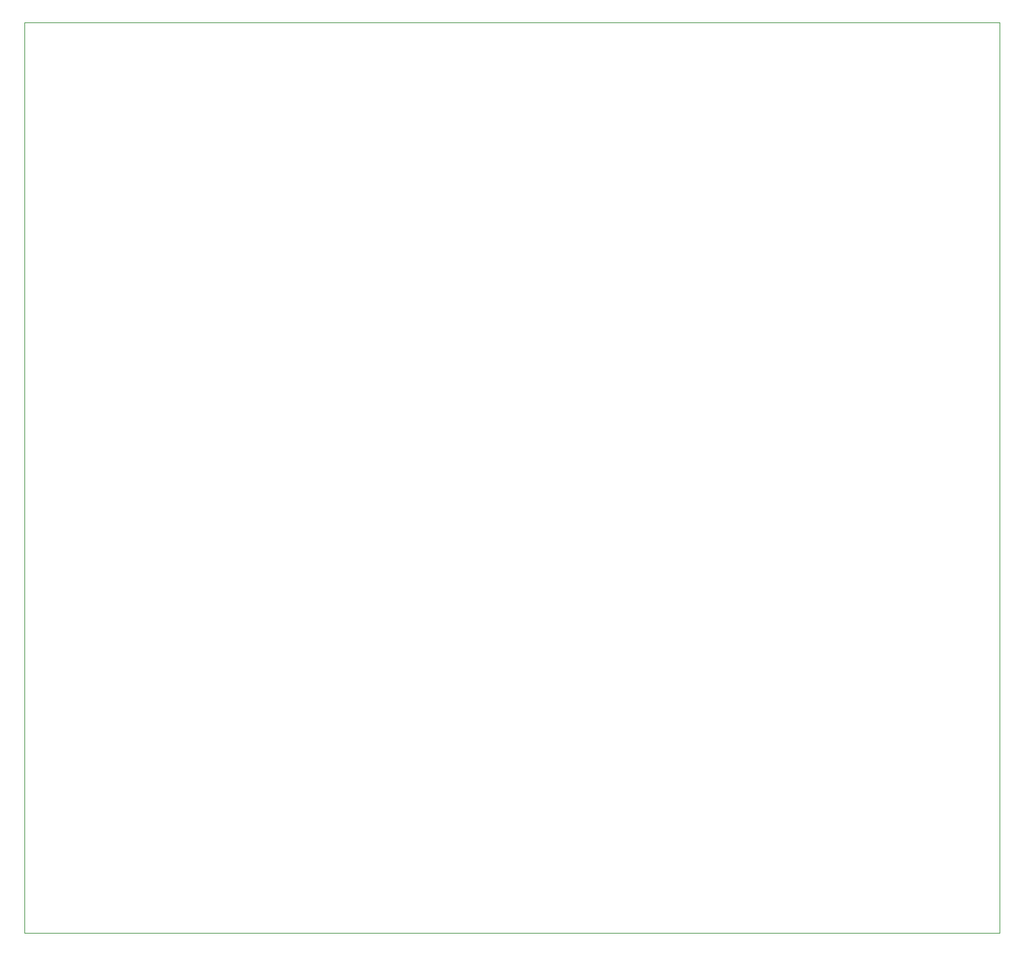
<source format=gbr>
G04 #@! TF.GenerationSoftware,KiCad,Pcbnew,(6.0.4-0)*
G04 #@! TF.CreationDate,2024-04-01T10:42:15+11:00*
G04 #@! TF.ProjectId,EDUC-8 PSU,45445543-2d38-4205-9053-552e6b696361,rev?*
G04 #@! TF.SameCoordinates,Original*
G04 #@! TF.FileFunction,Profile,NP*
%FSLAX46Y46*%
G04 Gerber Fmt 4.6, Leading zero omitted, Abs format (unit mm)*
G04 Created by KiCad (PCBNEW (6.0.4-0)) date 2024-04-01 10:42:15*
%MOMM*%
%LPD*%
G01*
G04 APERTURE LIST*
G04 #@! TA.AperFunction,Profile*
%ADD10C,0.050000*%
G04 #@! TD*
G04 APERTURE END LIST*
D10*
X48760000Y-148660000D02*
X48760000Y-31820000D01*
X173760000Y-148660000D02*
X48760000Y-148660000D01*
X48760000Y-31820000D02*
X173760000Y-31820000D01*
X173760000Y-31820000D02*
X173760000Y-148660000D01*
M02*

</source>
